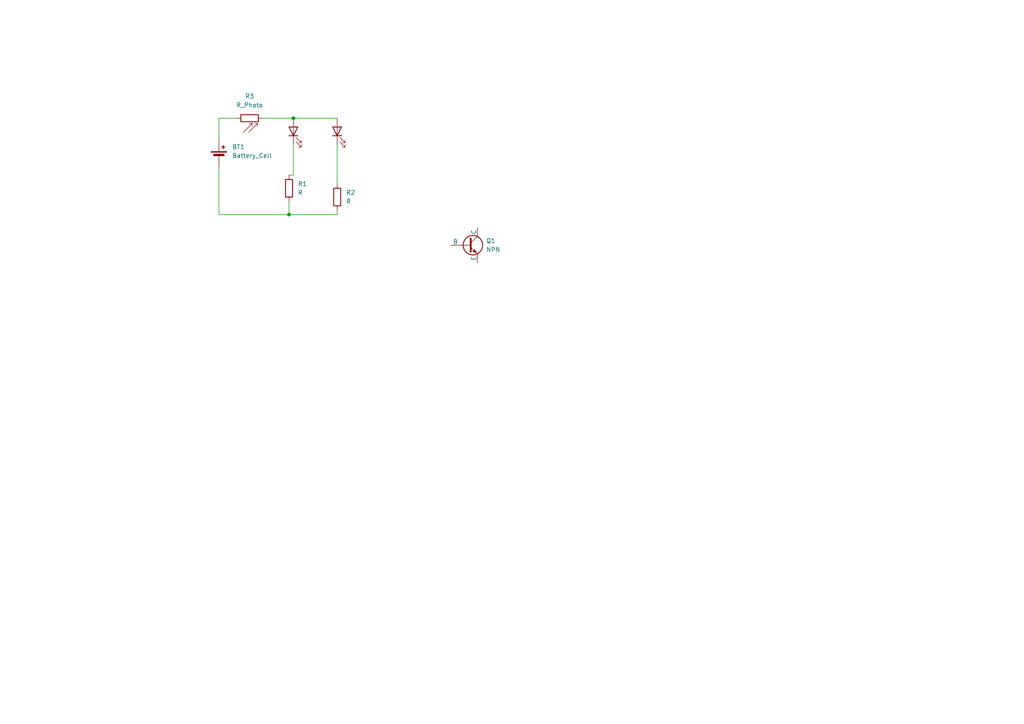
<source format=kicad_sch>
(kicad_sch (version 20250114) (generator "eeschema") (generator_version "9.0")
  (paper "A4")
  (lib_symbols
    (symbol "Device:Battery_Cell" (pin_numbers (hide yes)) (pin_names (offset 0) (hide yes))
      (property "Reference" "BT" (at 2.54 2.54 0))
      (property "Value" "Battery_Cell" (at 2.54 0 0))
      (symbol "Battery_Cell_0_1"
        (rectangle (start -2.286 1.778) (end 2.286 1.524) (fill (type outline)))
        (rectangle (start -1.524 1.016) (end 1.524 0.508) (fill (type outline)))
        (polyline (pts (xy 0 1.778) (xy 0 2.54)))
        (polyline (pts (xy 0 0.762) (xy 0 0)))
        (polyline (pts (xy 0.762 3.048) (xy 1.778 3.048)) (stroke (width 0.254)))
        (polyline (pts (xy 1.27 3.556) (xy 1.27 2.54)) (stroke (width 0.254)))
      )
      (symbol "Battery_Cell_1_1"
        (pin passive line (at 0 5.08 270) (length 2.54) (name "+") (number "1"))
        (pin passive line (at 0 -2.54 90) (length 2.54) (name "-") (number "2"))
      )
    )
    (symbol "Device:LED" (pin_numbers (hide yes)) (pin_names (offset 1.016) (hide yes))
      (property "Reference" "D" (at 0 2.54 0))
      (property "Value" "LED" (at 0 -2.54 0))
      (symbol "LED_0_1"
        (polyline (pts (xy -3.048 -0.762) (xy -4.572 -2.286) (xy -3.81 -2.286) (xy -4.572 -2.286) (xy -4.572 -1.524)))
        (polyline (pts (xy -1.778 -0.762) (xy -3.302 -2.286) (xy -2.54 -2.286) (xy -3.302 -2.286) (xy -3.302 -1.524)))
        (polyline (pts (xy -1.27 0) (xy 1.27 0)))
        (polyline (pts (xy -1.27 -1.27) (xy -1.27 1.27)) (stroke (width 0.254)))
        (polyline (pts (xy 1.27 -1.27) (xy 1.27 1.27) (xy -1.27 0) (xy 1.27 -1.27)) (stroke (width 0.254)))
      )
      (symbol "LED_1_1"
        (pin passive line (at -3.81 0 0) (length 2.54) (name "K") (number "1"))
        (pin passive line (at 3.81 0 180) (length 2.54) (name "A") (number "2"))
      )
    )
    (symbol "Device:R" (pin_numbers (hide yes)) (pin_names (offset 0))
      (property "Reference" "R" (at 2.032 0 90))
      (property "Value" "R" (at 0 0 90))
      (symbol "R_0_1"
        (rectangle (start -1.016 -2.54) (end 1.016 2.54) (stroke (width 0.254)))
      )
      (symbol "R_1_1"
        (pin passive line (at 0 3.81 270) (length 1.27) (name "~") (number "1"))
        (pin passive line (at 0 -3.81 90) (length 1.27) (name "~") (number "2"))
      )
    )
    (symbol "Device:R_Photo" (pin_numbers (hide yes)) (pin_names (offset 0))
      (property "Reference" "R" (at 1.27 1.27 0))
      (property "Value" "R_Photo" (at 1.27 0 0))
      (symbol "R_Photo_0_1"
        (polyline (pts (xy -1.524 -0.762) (xy -4.064 1.778)))
        (polyline (pts (xy -1.524 -0.762) (xy -2.286 -0.762)))
        (polyline (pts (xy -1.524 -0.762) (xy -1.524 0)))
        (polyline (pts (xy -1.524 -2.286) (xy -4.064 0.254)))
        (polyline (pts (xy -1.524 -2.286) (xy -2.286 -2.286)))
        (polyline (pts (xy -1.524 -2.286) (xy -1.524 -1.524)))
        (rectangle (start -1.016 2.54) (end 1.016 -2.54) (stroke (width 0.254)))
      )
      (symbol "R_Photo_1_1"
        (pin passive line (at 0 3.81 270) (length 1.27) (name "~") (number "1"))
        (pin passive line (at 0 -3.81 90) (length 1.27) (name "~") (number "2"))
      )
    )
    (symbol "Simulation_SPICE:NPN" (pin_numbers (hide yes)) (pin_names (offset 0))
      (property "Reference" "Q" (at -2.54 7.62 0))
      (property "Value" "NPN" (at -2.54 5.08 0))
      (symbol "NPN_0_1"
        (polyline (pts (xy -2.54 0) (xy 0.635 0)) (stroke (width 0.1524)))
        (polyline (pts (xy 0.635 1.905) (xy 0.635 -1.905) (xy 0.635 -1.905)) (stroke (width 0.508)))
        (polyline (pts (xy 0.635 0.635) (xy 2.54 2.54)))
        (polyline (pts (xy 0.635 -0.635) (xy 2.54 -2.54) (xy 2.54 -2.54)))
        (circle (center 1.27 0) (radius 2.8194) (stroke (width 0.254)))
        (polyline (pts (xy 1.27 -1.778) (xy 1.778 -1.27) (xy 2.286 -2.286) (xy 1.27 -1.778) (xy 1.27 -1.778)) (fill (type outline)))
        (polyline (pts (xy 2.794 -1.27) (xy 2.794 -1.27)) (stroke (width 0.1524)))
        (polyline (pts (xy 2.794 -1.27) (xy 2.794 -1.27)) (stroke (width 0.1524)))
      )
      (symbol "NPN_1_1"
        (pin input line (at -5.08 0 0) (length 2.54) (name "B") (number "2"))
        (pin open_collector line (at 2.54 5.08 270) (length 2.54) (name "C") (number "1"))
        (pin open_emitter line (at 2.54 -5.08 90) (length 2.54) (name "E") (number "3"))
      )
    )
  )
  (junction (at 85.09 34.29))
  (junction (at 83.82 62.23))
  (wire (pts (xy 85.09 41.91) (xy 85.09 50.8)))
  (wire (pts (xy 63.5 34.29) (xy 68.58 34.29)))
  (wire (pts (xy 85.09 34.29) (xy 97.79 34.29)))
  (wire (pts (xy 63.5 34.29) (xy 63.5 40.64)))
  (wire (pts (xy 97.79 62.23) (xy 83.82 62.23)))
  (wire (pts (xy 97.79 41.91) (xy 97.79 53.34)))
  (wire (pts (xy 97.79 60.96) (xy 97.79 62.23)))
  (wire (pts (xy 63.5 62.23) (xy 83.82 62.23)))
  (wire (pts (xy 63.5 48.26) (xy 63.5 62.23)))
  (wire (pts (xy 83.82 58.42) (xy 83.82 62.23)))
  (wire (pts (xy 85.09 50.8) (xy 83.82 50.8)))
  (wire (pts (xy 76.2 34.29) (xy 85.09 34.29)))
  (symbol (lib_id "Device:LED") (at 85.09 38.1 90) (unit 1)
    (property "Reference" "D1" (effects (hide yes)))
    (property "Value" "LED" (effects (hide yes)))
    (property "Footprint" "LED_THT:LED_D5.0mm" (effects (hide yes)))
    (property "Description" "Light emitting diode" (effects (hide yes)))
    (property "Sim.Pins" "1=K 2=A" (effects (hide yes)))
  )
  (symbol (lib_id "Device:Battery_Cell") (at 63.5 45.72 0) (unit 1)
    (property "Reference" "BT1" (at 67.31 42.6084 0) (effects (justify left)))
    (property "Value" "Battery_Cell" (at 67.31 45.1484 0) (effects (justify left)))
    (property "Footprint" "Battery:BatteryHolder_Keystone_3034_1x20mm" (effects (hide yes)))
    (property "Description" "Single-cell battery" (effects (hide yes)))
  )
  (symbol (lib_id "Device:LED") (at 97.79 38.1 90) (unit 1)
    (property "Reference" "D2" (effects (hide yes)))
    (property "Value" "LED" (effects (hide yes)))
    (property "Footprint" "LED_THT:LED_D5.0mm" (effects (hide yes)))
    (property "Description" "Light emitting diode" (effects (hide yes)))
    (property "Sim.Pins" "1=K 2=A" (effects (hide yes)))
  )
  (symbol (lib_id "Device:R_Photo") (at 72.39 34.29 90) (unit 1)
    (property "Reference" "R3" (at 72.39 27.94 90))
    (property "Value" "R_Photo" (at 72.39 30.48 90))
    (property "Footprint" "OptoDevice:R_LDR_5.0x4.1mm_P3mm_Vertical" (effects (hide yes)))
    (property "Description" "Photoresistor" (effects (hide yes)))
  )
  (symbol (lib_id "Device:R") (at 83.82 54.61 0) (unit 1)
    (property "Reference" "R1" (at 86.36 53.3399 0) (effects (justify left)))
    (property "Value" "R" (at 86.36 55.8799 0) (effects (justify left)))
    (property "Footprint" "Resistor_THT:R_Axial_DIN0207_L6.3mm_D2.5mm_P7.62mm_Horizontal" (effects (hide yes)))
    (property "Description" "Resistor" (effects (hide yes)))
  )
  (symbol (lib_id "Device:R") (at 97.79 57.15 0) (unit 1)
    (property "Reference" "R2" (at 100.33 55.8799 0) (effects (justify left)))
    (property "Value" "R" (at 100.33 58.4199 0) (effects (justify left)))
    (property "Footprint" "Resistor_THT:R_Axial_DIN0207_L6.3mm_D2.5mm_P7.62mm_Horizontal" (effects (hide yes)))
    (property "Description" "Resistor" (effects (hide yes)))
  )
  (symbol (lib_id "Simulation_SPICE:NPN") (at 135.89 71.12 0) (unit 1)
    (property "Reference" "Q1" (at 140.97 69.8499 0) (effects (justify left)))
    (property "Value" "NPN" (at 140.97 72.3899 0) (effects (justify left)))
    (property "Footprint" "Package_TO_SOT_THT:TO-92L_HandSolder" (effects (hide yes)))
    (property "Datasheet" "https://ngspice.sourceforge.io/docs/ngspice-html-manual/manual.xhtml#cha_BJTs" (effects (hide yes)))
    (property "Description" "Bipolar transistor symbol for simulation only, substrate tied to the emitter" (effects (hide yes)))
    (property "Sim.Device" "NPN" (effects (hide yes)))
    (property "Sim.Type" "GUMMELPOON" (effects (hide yes)))
    (property "Sim.Pins" "1=C 2=B 3=E" (effects (hide yes)))
  )
)
</source>
